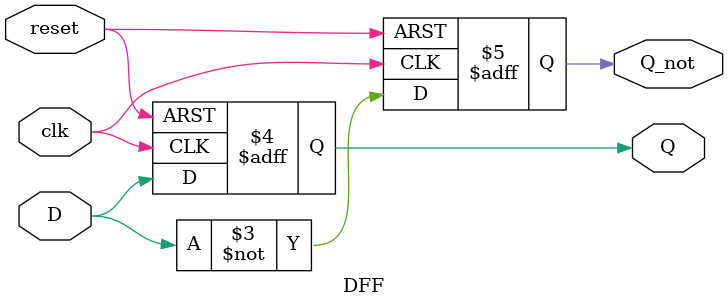
<source format=v>
`timescale 1ns / 1ps


module DFF(
input D, 
input clk, 
input reset,
output reg Q,
output reg Q_not
);

always @(posedge clk or negedge reset)
begin
 if (!reset)
  begin
   Q <= 0;
   Q_not <= 1;
  end
 else
  begin
   Q <= D;
   Q_not <= ~D;
  end
end
endmodule

</source>
